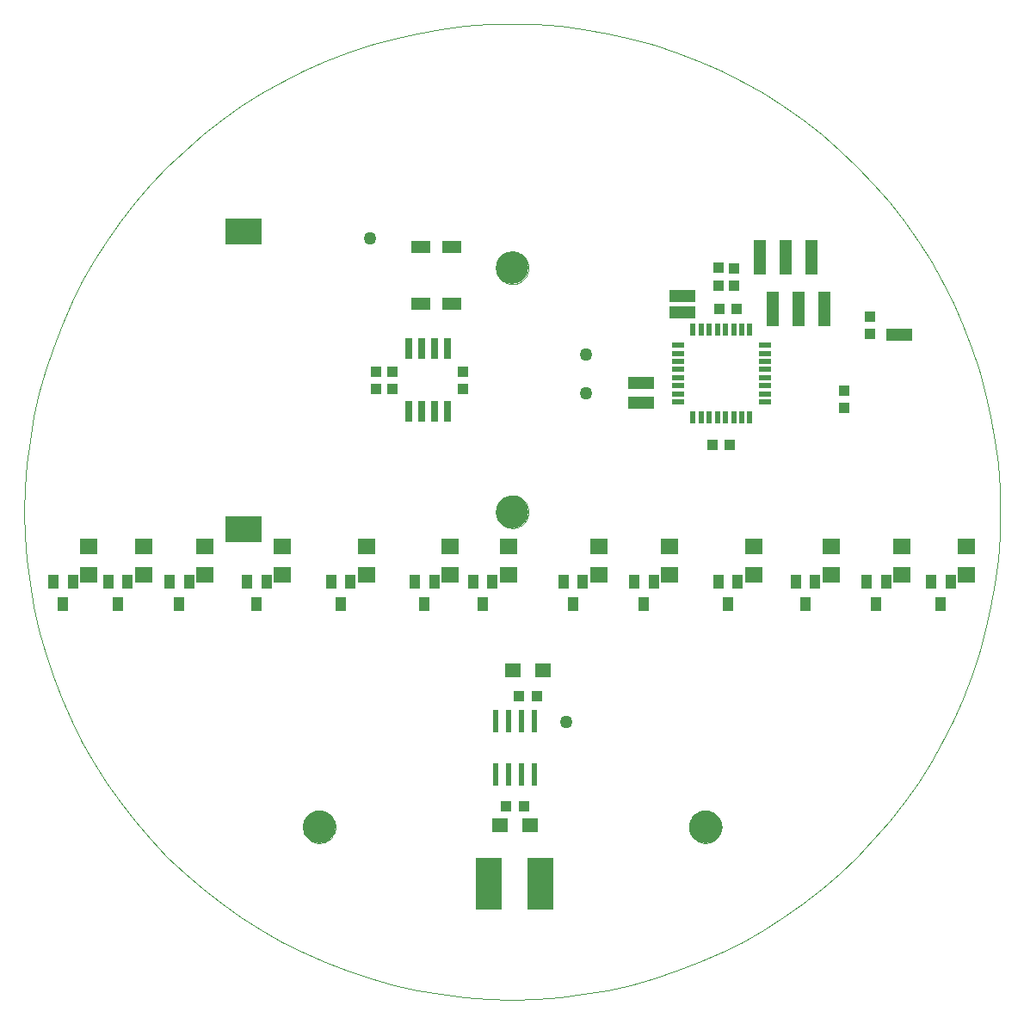
<source format=gts>
G75*
G70*
%OFA0B0*%
%FSLAX24Y24*%
%IPPOS*%
%LPD*%
%AMOC8*
5,1,8,0,0,1.08239X$1,22.5*
%
%ADD10C,0.0000*%
%ADD11C,0.1260*%
%ADD12R,0.0220X0.0500*%
%ADD13R,0.0500X0.0220*%
%ADD14R,0.0260X0.0800*%
%ADD15R,0.0433X0.0394*%
%ADD16R,0.0425X0.0413*%
%ADD17R,0.0740X0.0500*%
%ADD18R,0.0394X0.0433*%
%ADD19R,0.0394X0.0551*%
%ADD20R,0.0710X0.0630*%
%ADD21C,0.0000*%
%ADD22R,0.1000X0.2000*%
%ADD23R,0.0630X0.0551*%
%ADD24R,0.0236X0.0866*%
%ADD25R,0.0413X0.0425*%
%ADD26R,0.1417X0.1024*%
%ADD27R,0.1000X0.0500*%
%ADD28R,0.0512X0.1378*%
%ADD29C,0.0500*%
D10*
X013467Y008998D02*
X013469Y009048D01*
X013475Y009098D01*
X013485Y009147D01*
X013499Y009195D01*
X013516Y009242D01*
X013537Y009287D01*
X013562Y009331D01*
X013590Y009372D01*
X013622Y009411D01*
X013656Y009448D01*
X013693Y009482D01*
X013733Y009512D01*
X013775Y009539D01*
X013819Y009563D01*
X013865Y009584D01*
X013912Y009600D01*
X013960Y009613D01*
X014010Y009622D01*
X014059Y009627D01*
X014110Y009628D01*
X014160Y009625D01*
X014209Y009618D01*
X014258Y009607D01*
X014306Y009592D01*
X014352Y009574D01*
X014397Y009552D01*
X014440Y009526D01*
X014481Y009497D01*
X014520Y009465D01*
X014556Y009430D01*
X014588Y009392D01*
X014618Y009352D01*
X014645Y009309D01*
X014668Y009265D01*
X014687Y009219D01*
X014703Y009171D01*
X014715Y009122D01*
X014723Y009073D01*
X014727Y009023D01*
X014727Y008973D01*
X014723Y008923D01*
X014715Y008874D01*
X014703Y008825D01*
X014687Y008777D01*
X014668Y008731D01*
X014645Y008687D01*
X014618Y008644D01*
X014588Y008604D01*
X014556Y008566D01*
X014520Y008531D01*
X014481Y008499D01*
X014440Y008470D01*
X014397Y008444D01*
X014352Y008422D01*
X014306Y008404D01*
X014258Y008389D01*
X014209Y008378D01*
X014160Y008371D01*
X014110Y008368D01*
X014059Y008369D01*
X014010Y008374D01*
X013960Y008383D01*
X013912Y008396D01*
X013865Y008412D01*
X013819Y008433D01*
X013775Y008457D01*
X013733Y008484D01*
X013693Y008514D01*
X013656Y008548D01*
X013622Y008585D01*
X013590Y008624D01*
X013562Y008665D01*
X013537Y008709D01*
X013516Y008754D01*
X013499Y008801D01*
X013485Y008849D01*
X013475Y008898D01*
X013469Y008948D01*
X013467Y008998D01*
X020948Y021203D02*
X020950Y021253D01*
X020956Y021303D01*
X020966Y021352D01*
X020980Y021400D01*
X020997Y021447D01*
X021018Y021492D01*
X021043Y021536D01*
X021071Y021577D01*
X021103Y021616D01*
X021137Y021653D01*
X021174Y021687D01*
X021214Y021717D01*
X021256Y021744D01*
X021300Y021768D01*
X021346Y021789D01*
X021393Y021805D01*
X021441Y021818D01*
X021491Y021827D01*
X021540Y021832D01*
X021591Y021833D01*
X021641Y021830D01*
X021690Y021823D01*
X021739Y021812D01*
X021787Y021797D01*
X021833Y021779D01*
X021878Y021757D01*
X021921Y021731D01*
X021962Y021702D01*
X022001Y021670D01*
X022037Y021635D01*
X022069Y021597D01*
X022099Y021557D01*
X022126Y021514D01*
X022149Y021470D01*
X022168Y021424D01*
X022184Y021376D01*
X022196Y021327D01*
X022204Y021278D01*
X022208Y021228D01*
X022208Y021178D01*
X022204Y021128D01*
X022196Y021079D01*
X022184Y021030D01*
X022168Y020982D01*
X022149Y020936D01*
X022126Y020892D01*
X022099Y020849D01*
X022069Y020809D01*
X022037Y020771D01*
X022001Y020736D01*
X021962Y020704D01*
X021921Y020675D01*
X021878Y020649D01*
X021833Y020627D01*
X021787Y020609D01*
X021739Y020594D01*
X021690Y020583D01*
X021641Y020576D01*
X021591Y020573D01*
X021540Y020574D01*
X021491Y020579D01*
X021441Y020588D01*
X021393Y020601D01*
X021346Y020617D01*
X021300Y020638D01*
X021256Y020662D01*
X021214Y020689D01*
X021174Y020719D01*
X021137Y020753D01*
X021103Y020790D01*
X021071Y020829D01*
X021043Y020870D01*
X021018Y020914D01*
X020997Y020959D01*
X020980Y021006D01*
X020966Y021054D01*
X020956Y021103D01*
X020950Y021153D01*
X020948Y021203D01*
X020948Y030651D02*
X020950Y030701D01*
X020956Y030751D01*
X020966Y030800D01*
X020980Y030848D01*
X020997Y030895D01*
X021018Y030940D01*
X021043Y030984D01*
X021071Y031025D01*
X021103Y031064D01*
X021137Y031101D01*
X021174Y031135D01*
X021214Y031165D01*
X021256Y031192D01*
X021300Y031216D01*
X021346Y031237D01*
X021393Y031253D01*
X021441Y031266D01*
X021491Y031275D01*
X021540Y031280D01*
X021591Y031281D01*
X021641Y031278D01*
X021690Y031271D01*
X021739Y031260D01*
X021787Y031245D01*
X021833Y031227D01*
X021878Y031205D01*
X021921Y031179D01*
X021962Y031150D01*
X022001Y031118D01*
X022037Y031083D01*
X022069Y031045D01*
X022099Y031005D01*
X022126Y030962D01*
X022149Y030918D01*
X022168Y030872D01*
X022184Y030824D01*
X022196Y030775D01*
X022204Y030726D01*
X022208Y030676D01*
X022208Y030626D01*
X022204Y030576D01*
X022196Y030527D01*
X022184Y030478D01*
X022168Y030430D01*
X022149Y030384D01*
X022126Y030340D01*
X022099Y030297D01*
X022069Y030257D01*
X022037Y030219D01*
X022001Y030184D01*
X021962Y030152D01*
X021921Y030123D01*
X021878Y030097D01*
X021833Y030075D01*
X021787Y030057D01*
X021739Y030042D01*
X021690Y030031D01*
X021641Y030024D01*
X021591Y030021D01*
X021540Y030022D01*
X021491Y030027D01*
X021441Y030036D01*
X021393Y030049D01*
X021346Y030065D01*
X021300Y030086D01*
X021256Y030110D01*
X021214Y030137D01*
X021174Y030167D01*
X021137Y030201D01*
X021103Y030238D01*
X021071Y030277D01*
X021043Y030318D01*
X021018Y030362D01*
X020997Y030407D01*
X020980Y030454D01*
X020966Y030502D01*
X020956Y030551D01*
X020950Y030601D01*
X020948Y030651D01*
X028428Y008998D02*
X028430Y009048D01*
X028436Y009098D01*
X028446Y009147D01*
X028460Y009195D01*
X028477Y009242D01*
X028498Y009287D01*
X028523Y009331D01*
X028551Y009372D01*
X028583Y009411D01*
X028617Y009448D01*
X028654Y009482D01*
X028694Y009512D01*
X028736Y009539D01*
X028780Y009563D01*
X028826Y009584D01*
X028873Y009600D01*
X028921Y009613D01*
X028971Y009622D01*
X029020Y009627D01*
X029071Y009628D01*
X029121Y009625D01*
X029170Y009618D01*
X029219Y009607D01*
X029267Y009592D01*
X029313Y009574D01*
X029358Y009552D01*
X029401Y009526D01*
X029442Y009497D01*
X029481Y009465D01*
X029517Y009430D01*
X029549Y009392D01*
X029579Y009352D01*
X029606Y009309D01*
X029629Y009265D01*
X029648Y009219D01*
X029664Y009171D01*
X029676Y009122D01*
X029684Y009073D01*
X029688Y009023D01*
X029688Y008973D01*
X029684Y008923D01*
X029676Y008874D01*
X029664Y008825D01*
X029648Y008777D01*
X029629Y008731D01*
X029606Y008687D01*
X029579Y008644D01*
X029549Y008604D01*
X029517Y008566D01*
X029481Y008531D01*
X029442Y008499D01*
X029401Y008470D01*
X029358Y008444D01*
X029313Y008422D01*
X029267Y008404D01*
X029219Y008389D01*
X029170Y008378D01*
X029121Y008371D01*
X029071Y008368D01*
X029020Y008369D01*
X028971Y008374D01*
X028921Y008383D01*
X028873Y008396D01*
X028826Y008412D01*
X028780Y008433D01*
X028736Y008457D01*
X028694Y008484D01*
X028654Y008514D01*
X028617Y008548D01*
X028583Y008585D01*
X028551Y008624D01*
X028523Y008665D01*
X028498Y008709D01*
X028477Y008754D01*
X028460Y008801D01*
X028446Y008849D01*
X028436Y008898D01*
X028430Y008948D01*
X028428Y008998D01*
D11*
X014097Y008998D03*
X021578Y021203D03*
X021578Y030651D03*
X029058Y008998D03*
D12*
X029208Y024865D03*
X029523Y024865D03*
X029837Y024865D03*
X030152Y024865D03*
X030467Y024865D03*
X030782Y024865D03*
X028893Y024865D03*
X028578Y024865D03*
X028578Y028245D03*
X028893Y028245D03*
X029208Y028245D03*
X029523Y028245D03*
X029837Y028245D03*
X030152Y028245D03*
X030467Y028245D03*
X030782Y028245D03*
D13*
X031370Y027657D03*
X031370Y027342D03*
X031370Y027027D03*
X031370Y026712D03*
X031370Y026398D03*
X031370Y026083D03*
X031370Y025768D03*
X031370Y025453D03*
X027990Y025453D03*
X027990Y025768D03*
X027990Y026083D03*
X027990Y026398D03*
X027990Y026712D03*
X027990Y027027D03*
X027990Y027342D03*
X027990Y027657D03*
D14*
X019055Y027515D03*
X018555Y027515D03*
X018055Y027515D03*
X017555Y027515D03*
X017555Y025095D03*
X018055Y025095D03*
X018555Y025095D03*
X019055Y025095D03*
D15*
X016930Y025970D03*
X016305Y025970D03*
X016305Y026640D03*
X016930Y026640D03*
X029345Y023805D03*
X030015Y023805D03*
X030265Y029055D03*
X029595Y029055D03*
X030180Y029970D03*
X030180Y030640D03*
X035430Y028765D03*
X035430Y028095D03*
D16*
X029555Y029961D03*
X029555Y030649D03*
D17*
X019247Y031448D03*
X018047Y031448D03*
X018047Y029248D03*
X019247Y029248D03*
D18*
X019680Y026640D03*
X019680Y025970D03*
X034430Y025890D03*
X034430Y025220D03*
D19*
X035306Y018488D03*
X036054Y018488D03*
X035680Y017622D03*
X037806Y018488D03*
X038554Y018488D03*
X038180Y017622D03*
X033304Y018488D03*
X032556Y018488D03*
X032930Y017622D03*
X030304Y018488D03*
X029556Y018488D03*
X029930Y017622D03*
X027054Y018488D03*
X026306Y018488D03*
X026680Y017622D03*
X024304Y018488D03*
X023556Y018488D03*
X023930Y017622D03*
X020804Y018488D03*
X020056Y018488D03*
X020430Y017622D03*
X018554Y018488D03*
X017806Y018488D03*
X018180Y017622D03*
X015304Y018488D03*
X014556Y018488D03*
X014930Y017622D03*
X012054Y018488D03*
X011306Y018488D03*
X011680Y017622D03*
X009054Y018488D03*
X008306Y018488D03*
X008680Y017622D03*
X006679Y018488D03*
X005931Y018488D03*
X006305Y017622D03*
X004554Y018488D03*
X003806Y018488D03*
X004180Y017622D03*
D20*
X005180Y018745D03*
X005180Y019865D03*
X007305Y019865D03*
X007305Y018745D03*
X009680Y018745D03*
X009680Y019865D03*
X012680Y019865D03*
X012680Y018745D03*
X015930Y018745D03*
X015930Y019865D03*
X019180Y019865D03*
X019180Y018745D03*
X021430Y018745D03*
X021430Y019865D03*
X024930Y019865D03*
X024930Y018745D03*
X027680Y018745D03*
X027680Y019865D03*
X030930Y019865D03*
X030930Y018745D03*
X033930Y018745D03*
X033930Y019865D03*
X036680Y019865D03*
X036680Y018745D03*
X039180Y018745D03*
X039180Y019865D03*
D21*
X002680Y021203D02*
X002703Y022130D01*
X002771Y023055D01*
X002885Y023976D01*
X003043Y024890D01*
X003246Y025795D01*
X003494Y026689D01*
X003785Y027570D01*
X004119Y028435D01*
X004494Y029283D01*
X004911Y030111D01*
X005369Y030919D01*
X005865Y031702D01*
X006399Y032461D01*
X006970Y033192D01*
X007576Y033894D01*
X008215Y034566D01*
X008887Y035205D01*
X009589Y035811D01*
X010320Y036382D01*
X011079Y036916D01*
X011862Y037412D01*
X012670Y037870D01*
X013498Y038287D01*
X014346Y038662D01*
X015211Y038996D01*
X016092Y039287D01*
X016986Y039535D01*
X017891Y039738D01*
X018805Y039896D01*
X019726Y040010D01*
X020651Y040078D01*
X021578Y040101D01*
X022505Y040078D01*
X023430Y040010D01*
X024351Y039896D01*
X025265Y039738D01*
X026170Y039535D01*
X027064Y039287D01*
X027945Y038996D01*
X028810Y038662D01*
X029658Y038287D01*
X030486Y037870D01*
X031294Y037412D01*
X032077Y036916D01*
X032836Y036382D01*
X033567Y035811D01*
X034269Y035205D01*
X034941Y034566D01*
X035580Y033894D01*
X036186Y033192D01*
X036757Y032461D01*
X037291Y031702D01*
X037787Y030919D01*
X038245Y030111D01*
X038662Y029283D01*
X039037Y028435D01*
X039371Y027570D01*
X039662Y026689D01*
X039910Y025795D01*
X040113Y024890D01*
X040271Y023976D01*
X040385Y023055D01*
X040453Y022130D01*
X040476Y021203D01*
X040453Y020276D01*
X040385Y019351D01*
X040271Y018430D01*
X040113Y017516D01*
X039910Y016611D01*
X039662Y015717D01*
X039371Y014836D01*
X039037Y013971D01*
X038662Y013123D01*
X038245Y012295D01*
X037787Y011487D01*
X037291Y010704D01*
X036757Y009945D01*
X036186Y009214D01*
X035580Y008512D01*
X034941Y007840D01*
X034269Y007201D01*
X033567Y006595D01*
X032836Y006024D01*
X032077Y005490D01*
X031294Y004994D01*
X030486Y004536D01*
X029658Y004119D01*
X028810Y003744D01*
X027945Y003410D01*
X027064Y003119D01*
X026170Y002871D01*
X025265Y002668D01*
X024351Y002510D01*
X023430Y002396D01*
X022505Y002328D01*
X021578Y002305D01*
X020651Y002328D01*
X019726Y002396D01*
X018805Y002510D01*
X017891Y002668D01*
X016986Y002871D01*
X016092Y003119D01*
X015211Y003410D01*
X014346Y003744D01*
X013498Y004119D01*
X012670Y004536D01*
X011862Y004994D01*
X011079Y005490D01*
X010320Y006024D01*
X009589Y006595D01*
X008887Y007201D01*
X008215Y007840D01*
X007576Y008512D01*
X006970Y009214D01*
X006399Y009945D01*
X005865Y010704D01*
X005369Y011487D01*
X004911Y012295D01*
X004494Y013123D01*
X004119Y013971D01*
X003785Y014836D01*
X003494Y015717D01*
X003246Y016611D01*
X003043Y017516D01*
X002885Y018430D01*
X002771Y019351D01*
X002703Y020276D01*
X002680Y021203D01*
D22*
X020680Y006805D03*
X022680Y006805D03*
D23*
X022271Y009055D03*
X021089Y009055D03*
X021589Y015055D03*
X022771Y015055D03*
D24*
X022430Y013079D03*
X021930Y013079D03*
X021430Y013079D03*
X020930Y013079D03*
X020930Y011031D03*
X021430Y011031D03*
X021930Y011031D03*
X022430Y011031D03*
D25*
X022024Y009805D03*
X021336Y009805D03*
X021836Y014055D03*
X022524Y014055D03*
D26*
X011180Y020537D03*
X011180Y032073D03*
D27*
X026555Y026180D03*
X026555Y025430D03*
X028180Y028930D03*
X028180Y029555D03*
X036555Y028055D03*
D28*
X033680Y029055D03*
X032680Y029055D03*
X031680Y029055D03*
X031180Y031055D03*
X032180Y031055D03*
X033180Y031055D03*
D29*
X024430Y027305D03*
X024430Y025805D03*
X016055Y031805D03*
X023680Y013055D03*
M02*

</source>
